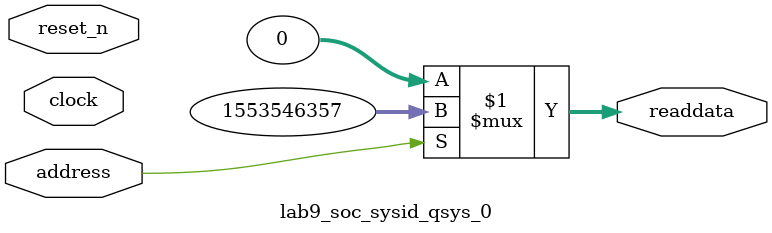
<source format=v>



// synthesis translate_off
`timescale 1ns / 1ps
// synthesis translate_on

// turn off superfluous verilog processor warnings 
// altera message_level Level1 
// altera message_off 10034 10035 10036 10037 10230 10240 10030 

module lab9_soc_sysid_qsys_0 (
               // inputs:
                address,
                clock,
                reset_n,

               // outputs:
                readdata
             )
;

  output  [ 31: 0] readdata;
  input            address;
  input            clock;
  input            reset_n;

  wire    [ 31: 0] readdata;
  //control_slave, which is an e_avalon_slave
  assign readdata = address ? 1553546357 : 0;

endmodule



</source>
